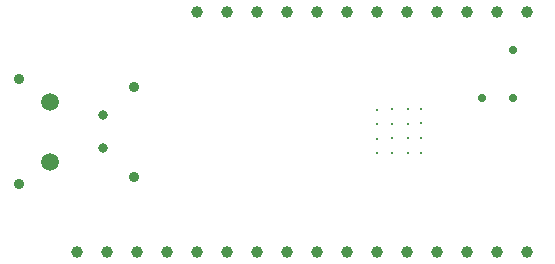
<source format=gbr>
%TF.GenerationSoftware,KiCad,Pcbnew,7.0.7*%
%TF.CreationDate,2023-08-17T11:34:20-04:00*%
%TF.ProjectId,adin1110-featherwing,6164696e-3131-4313-902d-666561746865,rev?*%
%TF.SameCoordinates,Original*%
%TF.FileFunction,Plated,1,4,PTH,Drill*%
%TF.FilePolarity,Positive*%
%FSLAX46Y46*%
G04 Gerber Fmt 4.6, Leading zero omitted, Abs format (unit mm)*
G04 Created by KiCad (PCBNEW 7.0.7) date 2023-08-17 11:34:20*
%MOMM*%
%LPD*%
G01*
G04 APERTURE LIST*
%TA.AperFunction,ViaDrill*%
%ADD10C,0.152400*%
%TD*%
%TA.AperFunction,ComponentDrill*%
%ADD11C,0.300000*%
%TD*%
%TA.AperFunction,ComponentDrill*%
%ADD12C,0.700000*%
%TD*%
%TA.AperFunction,ComponentDrill*%
%ADD13C,0.800000*%
%TD*%
%TA.AperFunction,ComponentDrill*%
%ADD14C,0.900000*%
%TD*%
%TA.AperFunction,ComponentDrill*%
%ADD15C,1.000000*%
%TD*%
%TA.AperFunction,ComponentDrill*%
%ADD16C,1.520000*%
%TD*%
G04 APERTURE END LIST*
D10*
X135356600Y-98983800D03*
X138150600Y-98958400D03*
X145948400Y-96164400D03*
X146989800Y-88011000D03*
X147040600Y-89154000D03*
X154711400Y-92481400D03*
X157200600Y-98298000D03*
X159181800Y-97739200D03*
X160045400Y-98374200D03*
X160756600Y-94716600D03*
X160959800Y-87858600D03*
X161391600Y-97078800D03*
X162585400Y-98272600D03*
X164058600Y-87223600D03*
X164236400Y-98171000D03*
X164236400Y-99618800D03*
X164261800Y-98933000D03*
X165430200Y-100330000D03*
X165836600Y-87960200D03*
X165836600Y-88823800D03*
X166624000Y-98145600D03*
X167817800Y-88518500D03*
X167995600Y-87528400D03*
X169519600Y-91440000D03*
X169646600Y-93751400D03*
X169722800Y-98247200D03*
X170383200Y-89789000D03*
X171983400Y-93040200D03*
X171983400Y-94234000D03*
X171983400Y-94970600D03*
X171983400Y-95681800D03*
X172567600Y-98348800D03*
X173304200Y-86563200D03*
X177520600Y-91338400D03*
X177622200Y-96189800D03*
X177622200Y-98450400D03*
X177647600Y-94005400D03*
D11*
%TO.C,U1*%
X163750400Y-90824600D03*
X163750400Y-92057933D03*
X163750400Y-93291266D03*
X163750400Y-94524600D03*
X165060400Y-90804600D03*
X165060400Y-92037933D03*
X165060400Y-93271266D03*
X165060400Y-94504600D03*
X166400400Y-90794600D03*
X166400400Y-92027933D03*
X166400400Y-93261266D03*
X166400400Y-94494600D03*
X167490400Y-92007933D03*
X167490400Y-93241266D03*
X167490400Y-94474600D03*
X167500400Y-90774600D03*
D12*
%TO.C,TP3*%
X172720000Y-89814400D03*
%TO.C,TP4*%
X175310800Y-85750400D03*
%TO.C,TP2*%
X175310800Y-89814400D03*
D13*
%TO.C,J4*%
X140589000Y-91310000D03*
X140589000Y-94110000D03*
D14*
X133439000Y-88260000D03*
X133439000Y-97160000D03*
X143189000Y-88910000D03*
X143189000Y-96510000D03*
D15*
%TO.C,J1*%
X138430000Y-102870000D03*
X140970000Y-102870000D03*
X143510000Y-102870000D03*
X146050000Y-102870000D03*
%TO.C,J2*%
X148590000Y-82550000D03*
%TO.C,J1*%
X148590000Y-102870000D03*
%TO.C,J2*%
X151130000Y-82550000D03*
%TO.C,J1*%
X151130000Y-102870000D03*
%TO.C,J2*%
X153670000Y-82550000D03*
%TO.C,J1*%
X153670000Y-102870000D03*
%TO.C,J2*%
X156210000Y-82550000D03*
%TO.C,J1*%
X156210000Y-102870000D03*
%TO.C,J2*%
X158750000Y-82550000D03*
%TO.C,J1*%
X158750000Y-102870000D03*
%TO.C,J2*%
X161290000Y-82550000D03*
%TO.C,J1*%
X161290000Y-102870000D03*
%TO.C,J2*%
X163830000Y-82550000D03*
%TO.C,J1*%
X163830000Y-102870000D03*
%TO.C,J2*%
X166370000Y-82550000D03*
%TO.C,J1*%
X166370000Y-102870000D03*
%TO.C,J2*%
X168910000Y-82550000D03*
%TO.C,J1*%
X168910000Y-102870000D03*
%TO.C,J2*%
X171450000Y-82550000D03*
%TO.C,J1*%
X171450000Y-102870000D03*
%TO.C,J2*%
X173990000Y-82550000D03*
%TO.C,J1*%
X173990000Y-102870000D03*
%TO.C,J2*%
X176530000Y-82550000D03*
%TO.C,J1*%
X176530000Y-102870000D03*
D16*
%TO.C,J3*%
X136085000Y-90170000D03*
X136085000Y-95250000D03*
M02*

</source>
